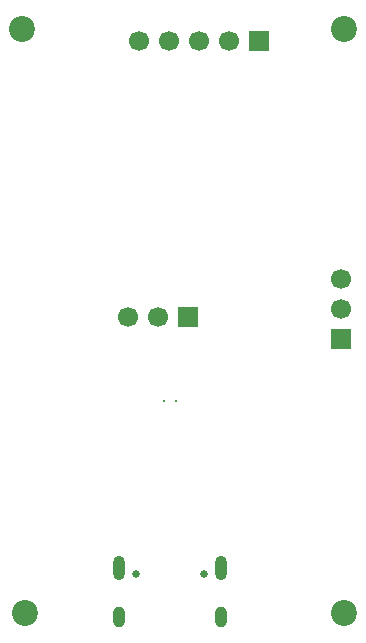
<source format=gbr>
%TF.GenerationSoftware,KiCad,Pcbnew,9.0.3*%
%TF.CreationDate,2025-08-03T17:59:23+05:30*%
%TF.ProjectId,BatteryCharger_FuelGauge_Breakout_Board,42617474-6572-4794-9368-61726765725f,rev?*%
%TF.SameCoordinates,Original*%
%TF.FileFunction,Soldermask,Bot*%
%TF.FilePolarity,Negative*%
%FSLAX46Y46*%
G04 Gerber Fmt 4.6, Leading zero omitted, Abs format (unit mm)*
G04 Created by KiCad (PCBNEW 9.0.3) date 2025-08-03 17:59:23*
%MOMM*%
%LPD*%
G01*
G04 APERTURE LIST*
%ADD10R,1.700000X1.700000*%
%ADD11C,1.700000*%
%ADD12C,2.200000*%
%ADD13C,0.650000*%
%ADD14O,1.000000X2.100000*%
%ADD15O,1.000000X1.800000*%
%ADD16C,0.300000*%
G04 APERTURE END LIST*
D10*
%TO.C,J1*%
X146780000Y-83550000D03*
D11*
X144240000Y-83550000D03*
X141700000Y-83550000D03*
X139160000Y-83550000D03*
X136620000Y-83550000D03*
%TD*%
D12*
%TO.C,H4*%
X154000000Y-132000000D03*
%TD*%
D13*
%TO.C,J3*%
X136360000Y-128645000D03*
X142140000Y-128645000D03*
D14*
X134930000Y-128145000D03*
D15*
X134930000Y-132325000D03*
D14*
X143570000Y-128145000D03*
D15*
X143570000Y-132325000D03*
%TD*%
D12*
%TO.C,H3*%
X127000000Y-132000000D03*
%TD*%
%TO.C,H1*%
X126700000Y-82550000D03*
%TD*%
D10*
%TO.C,J4*%
X153750000Y-108790000D03*
D11*
X153750000Y-106250000D03*
X153750000Y-103710000D03*
%TD*%
D10*
%TO.C,J2*%
X140800000Y-106950000D03*
D11*
X138260000Y-106950000D03*
X135720000Y-106950000D03*
%TD*%
D16*
%TO.C,U2*%
X138750000Y-114000000D03*
X139750000Y-114000000D03*
%TD*%
D12*
%TO.C,H2*%
X154000000Y-82500000D03*
%TD*%
M02*

</source>
